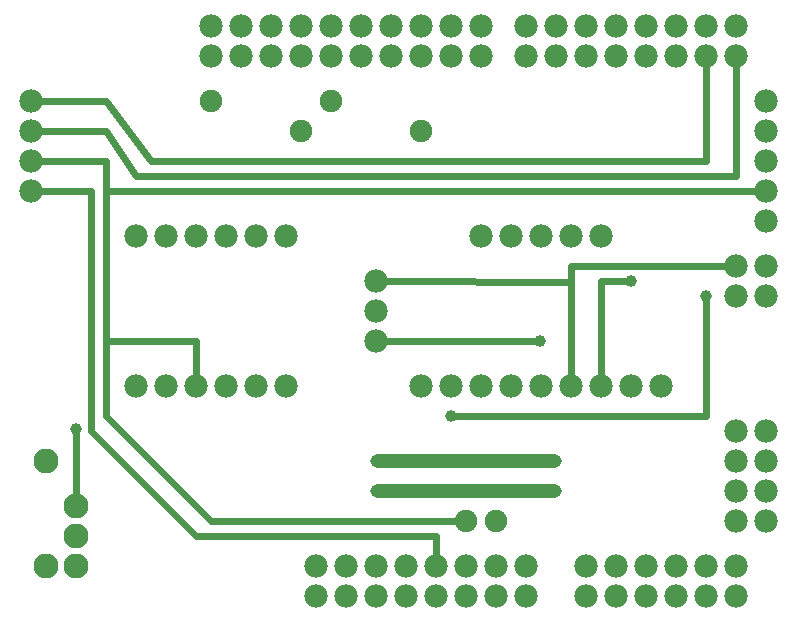
<source format=gbl>
G04 MADE WITH FRITZING*
G04 WWW.FRITZING.ORG*
G04 DOUBLE SIDED*
G04 HOLES PLATED*
G04 CONTOUR ON CENTER OF CONTOUR VECTOR*
%ASAXBY*%
%FSLAX23Y23*%
%MOIN*%
%OFA0B0*%
%SFA1.0B1.0*%
%ADD10C,0.039370*%
%ADD11C,0.075433*%
%ADD12C,0.083307*%
%ADD13C,0.078000*%
%ADD14C,0.048000*%
%ADD15C,0.024000*%
%LNCOPPER0*%
G90*
G70*
G54D10*
X298Y655D03*
X1898Y547D03*
G54D11*
X1048Y1647D03*
X1448Y1647D03*
X748Y1747D03*
X1148Y1747D03*
G54D10*
X1898Y447D03*
X1298Y447D03*
G54D12*
X198Y547D03*
G54D10*
X1298Y547D03*
G54D12*
X198Y197D03*
G54D10*
X1548Y697D03*
G54D13*
X998Y797D03*
X898Y797D03*
X798Y797D03*
X698Y797D03*
X598Y797D03*
X498Y797D03*
X998Y1297D03*
X898Y1297D03*
X798Y1297D03*
X698Y1297D03*
X598Y1297D03*
X498Y1297D03*
X2248Y797D03*
X2148Y797D03*
X2048Y797D03*
X1948Y797D03*
X1848Y797D03*
X1748Y797D03*
X1648Y797D03*
X1548Y797D03*
X1448Y797D03*
X2048Y1297D03*
X1948Y1297D03*
X1848Y1297D03*
X1748Y1297D03*
X1648Y1297D03*
X148Y1747D03*
X148Y1647D03*
X148Y1547D03*
X148Y1447D03*
X1298Y1147D03*
X1298Y1047D03*
X1298Y947D03*
G54D10*
X1847Y948D03*
G54D11*
X1698Y347D03*
G54D10*
X2148Y1147D03*
G54D11*
X1598Y347D03*
G54D10*
X2398Y1097D03*
G54D13*
X2498Y647D03*
X2498Y547D03*
X2498Y447D03*
X2498Y347D03*
X2598Y1747D03*
X2598Y1647D03*
X2598Y1547D03*
X2598Y1447D03*
X2598Y1347D03*
G54D12*
X298Y397D03*
X298Y297D03*
X298Y197D03*
G54D13*
X2598Y647D03*
X2598Y547D03*
X2598Y447D03*
X2598Y347D03*
X2598Y1097D03*
X2598Y1197D03*
X2598Y1097D03*
X2598Y1197D03*
X2498Y1197D03*
X2498Y1097D03*
X1998Y97D03*
X2098Y97D03*
X2198Y97D03*
X2298Y97D03*
X2398Y97D03*
X2498Y97D03*
X1098Y97D03*
X1198Y97D03*
X1298Y97D03*
X1398Y97D03*
X1498Y97D03*
X1598Y97D03*
X1698Y97D03*
X1798Y97D03*
X1648Y1897D03*
X1548Y1897D03*
X1448Y1897D03*
X1348Y1897D03*
X1248Y1897D03*
X1148Y1897D03*
X1048Y1897D03*
X948Y1897D03*
X848Y1897D03*
X748Y1897D03*
X2498Y197D03*
X2398Y197D03*
X2298Y197D03*
X2198Y197D03*
X2098Y197D03*
X1998Y197D03*
X1798Y197D03*
X1698Y197D03*
X1598Y197D03*
X1498Y197D03*
X1398Y197D03*
X1298Y197D03*
X1198Y197D03*
X1098Y197D03*
X2498Y1897D03*
X2398Y1897D03*
X2298Y1897D03*
X2198Y1897D03*
X2098Y1897D03*
X1998Y1897D03*
X1898Y1897D03*
X1798Y1897D03*
X1798Y1997D03*
X1898Y1997D03*
X1998Y1997D03*
X2098Y1997D03*
X2198Y1997D03*
X2298Y1997D03*
X2398Y1997D03*
X2498Y1997D03*
X748Y1997D03*
X848Y1997D03*
X948Y1997D03*
X1048Y1997D03*
X1148Y1997D03*
X1248Y1997D03*
X1348Y1997D03*
X1448Y1997D03*
X1548Y1997D03*
X1648Y1997D03*
G54D14*
X1891Y547D02*
X1306Y547D01*
D02*
X1891Y447D02*
X1306Y447D01*
G54D15*
D02*
X298Y647D02*
X298Y419D01*
D02*
X399Y948D02*
X699Y948D01*
D02*
X699Y948D02*
X698Y816D01*
D02*
X2398Y697D02*
X1556Y697D01*
D02*
X2398Y1089D02*
X2398Y697D01*
D02*
X1949Y1146D02*
X1949Y1198D01*
D02*
X1949Y1198D02*
X2479Y1197D01*
D02*
X1949Y1146D02*
X1317Y1147D01*
D02*
X1948Y816D02*
X1949Y1146D01*
D02*
X1839Y948D02*
X1317Y947D01*
D02*
X2048Y1148D02*
X2141Y1147D01*
D02*
X2048Y816D02*
X2048Y1148D01*
D02*
X748Y347D02*
X1581Y347D01*
D02*
X2398Y1878D02*
X2399Y1547D01*
D02*
X549Y1548D02*
X398Y1747D01*
D02*
X398Y1747D02*
X167Y1747D01*
D02*
X2399Y1547D02*
X549Y1548D01*
D02*
X398Y1647D02*
X167Y1647D01*
D02*
X498Y1497D02*
X398Y1647D01*
D02*
X2499Y1497D02*
X498Y1497D01*
D02*
X2498Y1878D02*
X2499Y1497D01*
D02*
X348Y1448D02*
X167Y1447D01*
D02*
X348Y647D02*
X348Y1448D01*
D02*
X1498Y297D02*
X699Y297D01*
D02*
X699Y297D02*
X348Y647D01*
D02*
X1498Y216D02*
X1498Y297D01*
D02*
X399Y1447D02*
X398Y1547D01*
D02*
X399Y948D02*
X399Y1447D01*
D02*
X398Y1547D02*
X167Y1547D01*
D02*
X398Y697D02*
X399Y948D01*
D02*
X748Y347D02*
X398Y697D01*
D02*
X399Y1447D02*
X2579Y1447D01*
G04 End of Copper0*
M02*
</source>
